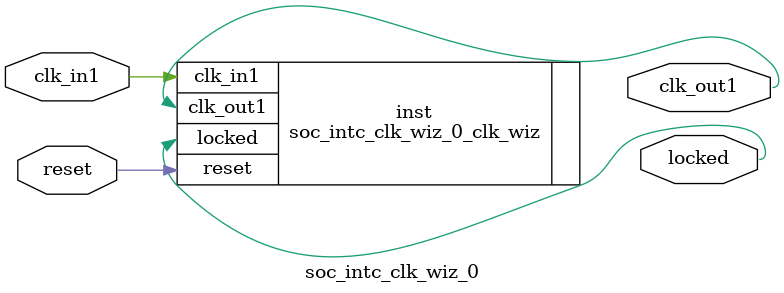
<source format=v>


`timescale 1ps/1ps

(* CORE_GENERATION_INFO = "soc_intc_clk_wiz_0,clk_wiz_v6_0_15_0_0,{component_name=soc_intc_clk_wiz_0,use_phase_alignment=true,use_min_o_jitter=false,use_max_i_jitter=false,use_dyn_phase_shift=false,use_inclk_switchover=false,use_dyn_reconfig=false,enable_axi=0,feedback_source=FDBK_AUTO,PRIMITIVE=MMCM,num_out_clk=1,clkin1_period=10.000,clkin2_period=10.000,use_power_down=false,use_reset=true,use_locked=true,use_inclk_stopped=false,feedback_type=SINGLE,CLOCK_MGR_TYPE=NA,manual_override=false}" *)

module soc_intc_clk_wiz_0 
 (
  // Clock out ports
  output        clk_out1,
  // Status and control signals
  input         reset,
  output        locked,
 // Clock in ports
  input         clk_in1
 );

  soc_intc_clk_wiz_0_clk_wiz inst
  (
  // Clock out ports  
  .clk_out1(clk_out1),
  // Status and control signals               
  .reset(reset), 
  .locked(locked),
 // Clock in ports
  .clk_in1(clk_in1)
  );

endmodule

</source>
